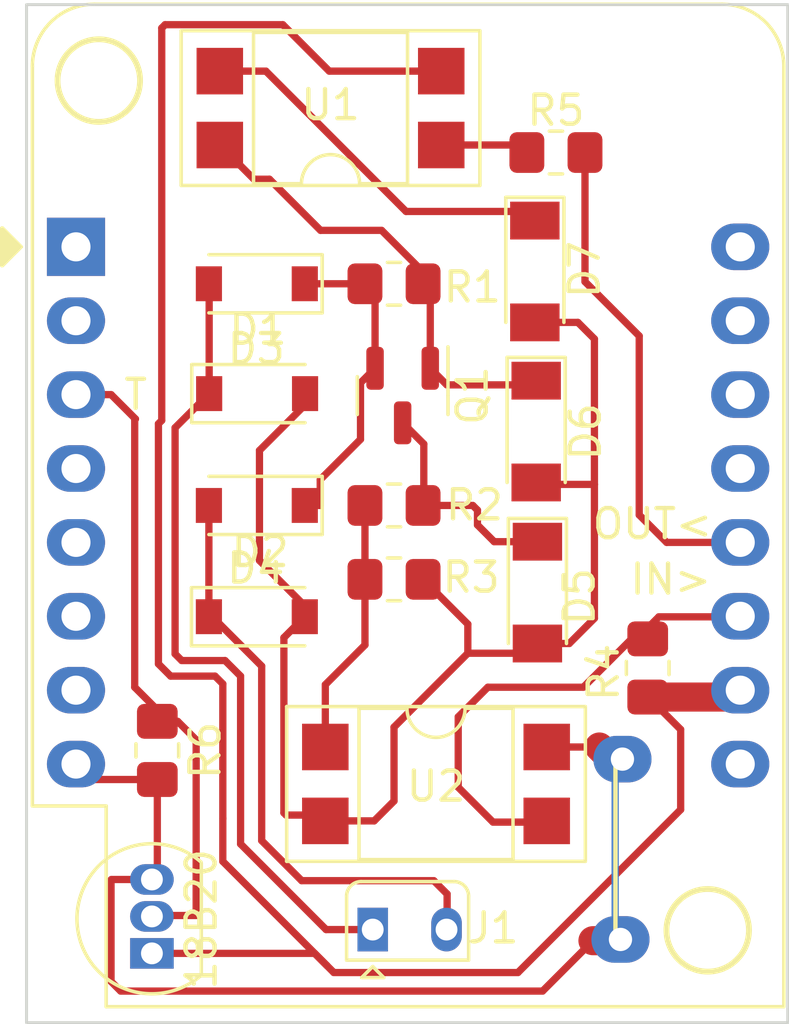
<source format=kicad_pcb>
(kicad_pcb (version 20211014) (generator pcbnew)
  (title_block (title "Opentherm Adapter for D1Mini 8266") (date "2022-03-20") (comment 1 "from Inhor schema"))
  (layers (0 "F.Cu" signal) (31 "B.Cu" signal) (34 "B.Paste" user) (35 "F.Paste" user) (36 "B.SilkS" user "B.Silkscreen") (37 "F.SilkS" user "F.Silkscreen") (38 "B.Mask" user) (39 "F.Mask" user) (44 "Edge.Cuts" user))
  (net 0 "")
  (net 1 "Net-(D1-Pad1)")
  (net 2 "ot1")
  (net 3 "ot2")
  (net 4 "Net-(D3-Pad1)")
  (net 5 "Net-(D5-Pad1)")
  (net 6 "Net-(D6-Pad1)")
  (net 7 "Net-(D7-Pad1)")
  (net 8 "GND")
  (net 9 "Net-(R5-Pad1)")
  (net 10 "Net-(R2-Pad2)")
  (net 11 "out")
  (net 12 "VCC")
  (net 13 "in")
  (net 25 "Net-(18B20-Pad2)")
  (footprint "Resistor_SMD:R_0805_2012Metric_Pad1.20x1.40mm_HandSolder" (layer "F.Cu") (at 106.68 66.04 180)
    (fp_text reference "R2" (at -2.768959 0.012298 180) (layer "F.SilkS"))
    (fp_text value "220" hide)
    (fp_line (start -0.227064 -0.735) (end 0.227064 -0.735) (layer "F.SilkS") (width 0.12))
    (fp_line (start -0.227064 0.735) (end 0.227064 0.735) (layer "F.SilkS") (width 0.12))
    (pad "1" smd roundrect (at -1 0 180) (size 1.2 1.4) (layers "F.Cu" "F.Paste" "F.Mask") (roundrect_rratio 0.2083333333) (net 5 "Net-(D5-Pad1)"))
    (pad "2" smd roundrect (at 1 0 180) (size 1.2 1.4) (layers "F.Cu" "F.Paste" "F.Mask") (roundrect_rratio 0.2083333333) (net 10 "Net-(R2-Pad2)"))
  )
  (footprint "Package_DIP:DIP-4_W7.62mm_SMDSocket_SmallPads" (layer "F.Cu") (at 108.125124 75.613505)
    (fp_text reference "U2" (at 0 0.082074) (layer "F.SilkS"))
    (fp_text value "PC817" hide)
    (fp_line (start -2.65 2.6) (end 2.65 2.6) (layer "F.SilkS") (width 0.12))
    (fp_line (start 5.14 -2.66) (end -5.14 -2.66) (layer "F.SilkS") (width 0.12))
    (fp_line (start -1 -2.6) (end -2.65 -2.6) (layer "F.SilkS") (width 0.12))
    (fp_line (start 2.65 -2.6) (end 1 -2.6) (layer "F.SilkS") (width 0.12))
    (fp_line (start -5.14 -2.66) (end -5.14 2.66) (layer "F.SilkS") (width 0.12))
    (fp_line (start -5.14 2.66) (end 5.14 2.66) (layer "F.SilkS") (width 0.12))
    (fp_line (start 2.65 2.6) (end 2.65 -2.6) (layer "F.SilkS") (width 0.12))
    (fp_line (start 5.14 2.66) (end 5.14 -2.66) (layer "F.SilkS") (width 0.12))
    (fp_line (start -2.65 -2.6) (end -2.65 2.6) (layer "F.SilkS") (width 0.12))
    (fp_arc (start 1 -2.6) (mid 0 -1.6) (end -1 -2.6) (layer "F.SilkS") (width 0.12))
    (pad "1" smd rect (at -3.81 -1.27) (size 1.6 1.6) (layers "F.Cu" "F.Paste" "F.Mask") (net 10 "Net-(R2-Pad2)"))
    (pad "2" smd rect (at -3.81 1.27) (size 1.6 1.6) (layers "F.Cu" "F.Paste" "F.Mask") (net 4 "Net-(D3-Pad1)"))
    (pad "3" smd rect (at 3.81 1.27) (size 1.6 1.6) (layers "F.Cu" "F.Paste" "F.Mask") (net 11 "out"))
    (pad "4" smd rect (at 3.81 -1.27) (size 1.6 1.6) (layers "F.Cu" "F.Paste" "F.Mask") (net 12 "VCC"))
  )
  (footprint "Package_TO_SOT_THT:Heraeus_TO-92-2" (layer "F.Cu") (at 105.946985 80.619402)
    (fp_text reference "J1" (at 4.151594 -0.05) (layer "F.SilkS"))
    (fp_text value "OT1_OT2")
    (fp_line (start -0.9 1.05) (end -0.9 -1.15) (layer "F.SilkS") (width 0.12))
    (fp_line (start -0.4 -1.65) (end 2.8 -1.65) (layer "F.SilkS") (width 0.12))
    (fp_line (start 0.381 1.651) (end 0 1.27) (layer "F.SilkS") (width 0.12))
    (fp_line (start 0 1.27) (end -0.381 1.651) (layer "F.SilkS") (width 0.12))
    (fp_line (start 3.3 -1.15) (end 3.3 1.05) (layer "F.SilkS") (width 0.12))
    (fp_line (start 3.3 1.05) (end -0.9 1.05) (layer "F.SilkS") (width 0.12))
    (fp_line (start -0.381 1.651) (end 0.381 1.651) (layer "F.SilkS") (width 0.12))
    (fp_arc (start -0.9 -1.15) (mid -0.753553 -1.503553) (end -0.4 -1.65) (layer "F.SilkS") (width 0.12))
    (fp_arc (start 2.8 -1.65) (mid 3.153553 -1.503553) (end 3.3 -1.15) (layer "F.SilkS") (width 0.12))
    (pad "1" thru_hole rect (at 0 0) (size 1.05 1.5) (drill 0.75) (layers *.Cu *.Mask) (net 2 "ot1"))
    (pad "2" thru_hole oval (at 2.54 0) (size 1.05 1.5) (drill 0.75) (layers *.Cu *.Mask) (net 3 "ot2"))
  )
  (footprint "Resistor_SMD:R_0805_2012Metric_Pad1.20x1.40mm_HandSolder" (layer "F.Cu") (at 98.533673 74.460654 -90)
    (fp_text reference "R6" (at 0 -1.65 90) (layer "F.SilkS"))
    (fp_text value "4k7" hide)
    (fp_line (start -0.227064 -0.735) (end 0.227064 -0.735) (layer "F.SilkS") (width 0.12))
    (fp_line (start -0.227064 0.735) (end 0.227064 0.735) (layer "F.SilkS") (width 0.12))
    (pad "1" smd roundrect (at -1 0 270) (size 1.2 1.4) (layers "F.Cu" "F.Paste" "F.Mask") (roundrect_rratio 0.2083333333) (net 25 "Net-(18B20-Pad2)"))
    (pad "2" smd roundrect (at 1 0 270) (size 1.2 1.4) (layers "F.Cu" "F.Paste" "F.Mask") (roundrect_rratio 0.2083333333) (net 12 "VCC"))
  )
  (footprint "Resistor_SMD:R_0805_2012Metric_Pad1.20x1.40mm_HandSolder" (layer "F.Cu") (at 115.410498 71.626621 90)
    (fp_text reference "R4" (at -0.152006 -1.522333 90) (layer "F.SilkS"))
    (fp_text value "1k5" hide)
    (fp_line (start -0.227064 -0.735) (end 0.227064 -0.735) (layer "F.SilkS") (width 0.12))
    (fp_line (start -0.227064 0.735) (end 0.227064 0.735) (layer "F.SilkS") (width 0.12))
    (pad "1" smd roundrect (at -1 0 90) (size 1.2 1.4) (layers "F.Cu" "F.Paste" "F.Mask") (roundrect_rratio 0.2083333333) (net 8 "GND"))
    (pad "2" smd roundrect (at 1 0 90) (size 1.2 1.4) (layers "F.Cu" "F.Paste" "F.Mask") (roundrect_rratio 0.2083333333) (net 11 "out"))
  )
  (footprint "" (layer "F.Cu") (at 114.472679 80.959154)
    (fp_text reference "" (at 0 0) (layer "F.SilkS") (effects (font (size 1.27 1.27))))
    (fp_text value "" (at 0 0) (layer "F.SilkS") (effects (font (size 1.27 1.27))))
    (pad "001" thru_hole oval (at 0 0) (size 2 1.6) (drill 0.8) (layers *.Cu *.Mask) (net 12 "VCC"))
  )
  (footprint "" (layer "F.Cu") (at 114.540613 74.760164)
    (fp_text reference "" (at 0 0) (layer "F.SilkS") (effects (font (size 1.27 1.27))))
    (fp_text value "" (at 0 0) (layer "F.SilkS") (effects (font (size 1.27 1.27))))
    (pad "001" thru_hole oval (at 0 0) (size 2 1.6) (drill 0.8) (layers *.Cu *.Mask) (net 12 "VCC"))
  )
  (footprint "Diode_SMD:D_SOD-123" (layer "F.Cu") (at 101.968324 62.195613)
    (fp_text reference "D3" (at -0.029109 -1.539312) (layer "F.SilkS"))
    (fp_text value "1N4148W" hide)
    (fp_line (start -2.25 -1) (end 1.65 -1) (layer "F.SilkS") (width 0.12))
    (fp_line (start -2.25 -1) (end -2.25 1) (layer "F.SilkS") (width 0.12))
    (fp_line (start -2.25 1) (end 1.65 1) (layer "F.SilkS") (width 0.12))
    (pad "1" smd rect (at -1.65 0) (size 0.9 1.2) (layers "F.Cu" "F.Paste" "F.Mask") (net 4 "Net-(D3-Pad1)"))
    (pad "2" smd rect (at 1.65 0) (size 0.9 1.2) (layers "F.Cu" "F.Paste" "F.Mask") (net 2 "ot1"))
  )
  (footprint "Diode_SMD:D_MiniMELF" (layer "F.Cu") (at 111.614678 69.035936 -90)
    (fp_text reference "D5" (at 0.13781 -1.445603 90) (layer "F.SilkS"))
    (fp_text value "4V7" hide)
    (fp_line (start -2.55 1) (end 1.75 1) (layer "F.SilkS") (width 0.12))
    (fp_line (start 1.75 -1) (end -2.55 -1) (layer "F.SilkS") (width 0.12))
    (fp_line (start -2.55 -1) (end -2.55 1) (layer "F.SilkS") (width 0.12))
    (pad "1" smd rect (at -1.75 0 270) (size 1.3 1.7) (layers "F.Cu" "F.Paste" "F.Mask") (net 5 "Net-(D5-Pad1)"))
    (pad "2" smd rect (at 1.75 0 270) (size 1.3 1.7) (layers "F.Cu" "F.Paste" "F.Mask") (net 4 "Net-(D3-Pad1)"))
  )
  (footprint "Package_DIP:DIP-4_W7.62mm_SMDSocket_SmallPads" (layer "F.Cu") (at 104.494893 52.38003 180)
    (fp_text reference "U1" (at 0 0.108991) (layer "F.SilkS"))
    (fp_text value "PC817" hide)
    (fp_line (start -1 -2.6) (end -2.65 -2.6) (layer "F.SilkS") (width 0.12))
    (fp_line (start -2.65 2.6) (end 2.65 2.6) (layer "F.SilkS") (width 0.12))
    (fp_line (start 2.65 2.6) (end 2.65 -2.6) (layer "F.SilkS") (width 0.12))
    (fp_line (start 5.14 -2.66) (end -5.14 -2.66) (layer "F.SilkS") (width 0.12))
    (fp_line (start 5.14 2.66) (end 5.14 -2.66) (layer "F.SilkS") (width 0.12))
    (fp_line (start -5.14 -2.66) (end -5.14 2.66) (layer "F.SilkS") (width 0.12))
    (fp_line (start -2.65 -2.6) (end -2.65 2.6) (layer "F.SilkS") (width 0.12))
    (fp_line (start -5.14 2.66) (end 5.14 2.66) (layer "F.SilkS") (width 0.12))
    (fp_line (start 2.65 -2.6) (end 1 -2.6) (layer "F.SilkS") (width 0.12))
    (fp_arc (start 1 -2.6) (mid 0 -1.6) (end -1 -2.6) (layer "F.SilkS") (width 0.12))
    (pad "1" smd rect (at -3.81 -1.27 180) (size 1.6 1.6) (layers "F.Cu" "F.Paste" "F.Mask") (net 9 "Net-(R5-Pad1)"))
    (pad "2" smd rect (at -3.81 1.27 180) (size 1.6 1.6) (layers "F.Cu" "F.Paste" "F.Mask") (net 8 "GND"))
    (pad "3" smd rect (at 3.81 1.27 180) (size 1.6 1.6) (layers "F.Cu" "F.Paste" "F.Mask") (net 7 "Net-(D7-Pad1)"))
    (pad "4" smd rect (at 3.81 -1.27 180) (size 1.6 1.6) (layers "F.Cu" "F.Paste" "F.Mask") (net 6 "Net-(D6-Pad1)"))
  )
  (footprint "Resistor_SMD:R_0805_2012Metric_Pad1.20x1.40mm_HandSolder" (layer "F.Cu") (at 106.68 68.58)
    (fp_text reference "R3" (at 2.65432 -0.068456) (layer "F.SilkS"))
    (fp_text value "100" hide)
    (fp_line (start -0.227064 0.735) (end 0.227064 0.735) (layer "F.SilkS") (width 0.12))
    (fp_line (start -0.227064 -0.735) (end 0.227064 -0.735) (layer "F.SilkS") (width 0.12))
    (pad "1" smd roundrect (at -1 0) (size 1.2 1.4) (layers "F.Cu" "F.Paste" "F.Mask") (roundrect_rratio 0.2083333333) (net 10 "Net-(R2-Pad2)"))
    (pad "2" smd roundrect (at 1 0) (size 1.2 1.4) (layers "F.Cu" "F.Paste" "F.Mask") (roundrect_rratio 0.2083333333) (net 4 "Net-(D3-Pad1)"))
  )
  (footprint "Resistor_SMD:R_0805_2012Metric_Pad1.20x1.40mm_HandSolder" (layer "F.Cu") (at 112.252123 53.908548)
    (fp_text reference "R5" (at 0 -1.446444) (layer "F.SilkS"))
    (fp_text value "330" hide)
    (fp_line (start -0.227064 -0.735) (end 0.227064 -0.735) (layer "F.SilkS") (width 0.12))
    (fp_line (start -0.227064 0.735) (end 0.227064 0.735) (layer "F.SilkS") (width 0.12))
    (pad "1" smd roundrect (at -1 0) (size 1.2 1.4) (layers "F.Cu" "F.Paste" "F.Mask") (roundrect_rratio 0.2083333333) (net 9 "Net-(R5-Pad1)"))
    (pad "2" smd roundrect (at 1 0) (size 1.2 1.4) (layers "F.Cu" "F.Paste" "F.Mask") (roundrect_rratio 0.2083333333) (net 13 "in"))
  )
  (footprint "Diode_SMD:D_SOD-123" (layer "F.Cu") (at 101.958828 69.864819)
    (fp_text reference "D4" (at -0.038605 -1.665548) (layer "F.SilkS"))
    (fp_text value "1N4148W" hide)
    (fp_line (start -2.25 -1) (end 1.65 -1) (layer "F.SilkS") (width 0.12))
    (fp_line (start -2.25 -1) (end -2.25 1) (layer "F.SilkS") (width 0.12))
    (fp_line (start -2.25 1) (end 1.65 1) (layer "F.SilkS") (width 0.12))
    (pad "1" smd rect (at -1.65 0) (size 0.9 1.2) (layers "F.Cu" "F.Paste" "F.Mask") (net 4 "Net-(D3-Pad1)"))
    (pad "2" smd rect (at 1.65 0) (size 0.9 1.2) (layers "F.Cu" "F.Paste" "F.Mask") (net 3 "ot2"))
  )
  (footprint "Package_TO_SOT_SMD:SOT-23" (layer "F.Cu") (at 106.977248 62.262947 -90)
    (fp_text reference "Q1" (at 0 -2.4 90) (layer "F.SilkS"))
    (fp_text value "BC858" hide)
    (fp_line (start 0 -1.56) (end -1.675 -1.56) (layer "F.SilkS") (width 0.12))
    (fp_line (start 0 1.56) (end 0.65 1.56) (layer "F.SilkS") (width 0.12))
    (fp_line (start 0 -1.56) (end 0.65 -1.56) (layer "F.SilkS") (width 0.12))
    (fp_line (start 0 1.56) (end -0.65 1.56) (layer "F.SilkS") (width 0.12))
    (pad "1" smd roundrect (at -0.9375 -0.95 270) (size 1.475 0.6) (layers "F.Cu" "F.Paste" "F.Mask") (net 6 "Net-(D6-Pad1)"))
    (pad "2" smd roundrect (at -0.9375 0.95 270) (size 1.475 0.6) (layers "F.Cu" "F.Paste" "F.Mask") (net 1 "Net-(D1-Pad1)"))
    (pad "3" smd roundrect (at 0.9375 0 270) (size 1.475 0.6) (layers "F.Cu" "F.Paste" "F.Mask") (net 5 "Net-(D5-Pad1)"))
  )
  (footprint "Diode_SMD:D_MiniMELF" (layer "F.Cu") (at 111.572062 63.5 -90)
    (fp_text reference "D6" (at 0.005647 -1.698192 -270) (layer "F.SilkS"))
    (fp_text value "15v" hide)
    (fp_line (start -2.55 1) (end 1.75 1) (layer "F.SilkS") (width 0.12))
    (fp_line (start -2.55 -1) (end -2.55 1) (layer "F.SilkS") (width 0.12))
    (fp_line (start 1.75 -1) (end -2.55 -1) (layer "F.SilkS") (width 0.12))
    (pad "1" smd rect (at -1.75 0 270) (size 1.3 1.7) (layers "F.Cu" "F.Paste" "F.Mask") (net 6 "Net-(D6-Pad1)"))
    (pad "2" smd rect (at 1.75 0 270) (size 1.3 1.7) (layers "F.Cu" "F.Paste" "F.Mask") (net 4 "Net-(D3-Pad1)"))
  )
  (footprint "Resistor_SMD:R_0805_2012Metric_Pad1.20x1.40mm_HandSolder" (layer "F.Cu") (at 106.68 58.42)
    (fp_text reference "R1" (at 2.692533 0.117963) (layer "F.SilkS"))
    (fp_text value "330" hide)
    (fp_line (start -0.227064 0.735) (end 0.227064 0.735) (layer "F.SilkS") (width 0.12))
    (fp_line (start -0.227064 -0.735) (end 0.227064 -0.735) (layer "F.SilkS") (width 0.12))
    (pad "1" smd roundrect (at -1 0) (size 1.2 1.4) (layers "F.Cu" "F.Paste" "F.Mask") (roundrect_rratio 0.2083333333) (net 1 "Net-(D1-Pad1)"))
    (pad "2" smd roundrect (at 1 0) (size 1.2 1.4) (layers "F.Cu" "F.Paste" "F.Mask") (roundrect_rratio 0.2083333333) (net 6 "Net-(D6-Pad1)"))
  )
  (footprint "Package_TO_SOT_THT:TO-92L_Inline" (layer "F.Cu") (at 98.348232 81.437327 90)
    (fp_text reference "18B20" (at 1.175 1.7 90) (layer "F.SilkS"))
    (fp_text value "Conn_01x03" hide)
    (fp_line (start -0.75 1.7) (end 3.1 1.7) (layer "F.SilkS") (width 0.12))
    (fp_arc (start -0.75 1.7) (mid 1.183448 -2.579449) (end 3.138611 1.690122) (layer "F.SilkS") (width 0.12))
    (pad "1" thru_hole rect (at 0 0 90) (size 1.05 1.5) (drill 0.75) (layers *.Cu *.Mask) (net 8 "GND"))
    (pad "2" thru_hole oval (at 1.27 0 90) (size 1.05 1.5) (drill 0.75) (layers *.Cu *.Mask) (net 25 "Net-(18B20-Pad2)"))
    (pad "3" thru_hole oval (at 2.54 0 90) (size 1.05 1.5) (drill 0.75) (layers *.Cu *.Mask) (net 12 "VCC"))
  )
  (footprint "Diode_SMD:D_MiniMELF" (layer "F.Cu") (at 111.526076 57.997334 -90)
    (fp_text reference "D7" (at -0.070778 -1.705965 90) (layer "F.SilkS"))
    (fp_text value "4V3" hide)
    (fp_line (start -2.55 -1) (end -2.55 1) (layer "F.SilkS") (width 0.12))
    (fp_line (start 1.75 -1) (end -2.55 -1) (layer "F.SilkS") (width 0.12))
    (fp_line (start -2.55 1) (end 1.75 1) (layer "F.SilkS") (width 0.12))
    (pad "1" smd rect (at -1.75 0 270) (size 1.3 1.7) (layers "F.Cu" "F.Paste" "F.Mask") (net 7 "Net-(D7-Pad1)"))
    (pad "2" smd rect (at 1.75 0 270) (size 1.3 1.7) (layers "F.Cu" "F.Paste" "F.Mask") (net 4 "Net-(D3-Pad1)"))
  )
  (footprint "Diode_SMD:D_SOD-123" (layer "F.Cu") (at 101.958828 58.42 180)
    (fp_text reference "D1" (at -0.038605 -1.570056) (layer "F.SilkS"))
    (fp_text value "1N4148W" hide)
    (fp_line (start -2.25 -1) (end 1.65 -1) (layer "F.SilkS") (width 0.12))
    (fp_line (start -2.25 -1) (end -2.25 1) (layer "F.SilkS") (width 0.12))
    (fp_line (start -2.25 1) (end 1.65 1) (layer "F.SilkS") (width 0.12))
    (pad "1" smd rect (at -1.65 0 180) (size 0.9 1.2) (layers "F.Cu" "F.Paste" "F.Mask") (net 1 "Net-(D1-Pad1)"))
    (pad "2" smd rect (at 1.65 0 180) (size 0.9 1.2) (layers "F.Cu" "F.Paste" "F.Mask") (net 2 "ot1"))
  )
  (footprint "Diode_SMD:D_SOD-123" (layer "F.Cu") (at 101.958828 66.04 180)
    (fp_text reference "D2" (at -0.115031 -1.592646) (layer "F.SilkS"))
    (fp_text value "1N4148W" hide)
    (fp_line (start -2.25 -1) (end -2.25 1) (layer "F.SilkS") (width 0.12))
    (fp_line (start -2.25 -1) (end 1.65 -1) (layer "F.SilkS") (width 0.12))
    (fp_line (start -2.25 1) (end 1.65 1) (layer "F.SilkS") (width 0.12))
    (pad "1" smd rect (at -1.65 0 180) (size 0.9 1.2) (layers "F.Cu" "F.Paste" "F.Mask") (net 1 "Net-(D1-Pad1)"))
    (pad "2" smd rect (at 1.65 0 180) (size 0.9 1.2) (layers "F.Cu" "F.Paste" "F.Mask") (net 3 "ot2"))
  )
  (footprint "Module:WEMOS_D1_mini_light" (layer "F.Cu") (at 95.735 57.15)
    (fp_text reference "U3" hide)
    (fp_text value "WeMos_D1_mini" hide)
    (fp_line (start -1.5 19.22) (end 1.04 19.22) (layer "F.SilkS") (width 0.12))
    (fp_line (start 1.04 26.12) (end 24.36 26.12) (layer "F.SilkS") (width 0.12))
    (fp_line (start 24.36 26.12) (end 24.36 -6.21) (layer "F.SilkS") (width 0.12))
    (fp_line (start 1.04 19.22) (end 1.04 26.12) (layer "F.SilkS") (width 0.12))
    (fp_line (start -1.5 19.22) (end -1.5 -6.21) (layer "F.SilkS") (width 0.12))
    (fp_line (start 22.24 -8.34) (end 0.63 -8.34) (layer "F.SilkS") (width 0.12))
    (fp_arc (start 22.23 -8.34) (mid 23.736137 -7.716137) (end 24.36 -6.21) (layer "F.SilkS") (width 0.12))
    (fp_arc (start -1.5 -6.21) (mid -0.876137 -7.716137) (end 0.63 -8.34) (layer "F.SilkS") (width 0.12))
    (fp_poly (pts (xy -2.54 -0.635) (xy -2.54 0.635) (xy -1.905 0)) (layer "F.SilkS") (width 0.15) (fill solid))
    (pad "1" thru_hole rect (at 0 0) (size 2 2) (drill 1) (layers *.Cu *.Mask))
    (pad "2" thru_hole oval (at 0 2.54) (size 2 1.6) (drill 1) (layers *.Cu *.Mask))
    (pad "3" thru_hole oval (at 0 5.08) (size 2 1.6) (drill 1) (layers *.Cu *.Mask) (net 25 "Net-(18B20-Pad2)"))
    (pad "4" thru_hole oval (at 0 7.62) (size 2 1.6) (drill 1) (layers *.Cu *.Mask))
    (pad "5" thru_hole oval (at 0 10.16) (size 2 1.6) (drill 1) (layers *.Cu *.Mask))
    (pad "6" thru_hole oval (at 0 12.7) (size 2 1.6) (drill 1) (layers *.Cu *.Mask))
    (pad "7" thru_hole oval (at 0 15.24) (size 2 1.6) (drill 1) (layers *.Cu *.Mask))
    (pad "8" thru_hole oval (at 0 17.78) (size 2 1.6) (drill 1) (layers *.Cu *.Mask) (net 12 "VCC"))
    (pad "9" thru_hole oval (at 22.86 17.78) (size 2 1.6) (drill 1) (layers *.Cu *.Mask))
    (pad "10" thru_hole oval (at 22.86 15.24) (size 2 1.6) (drill 1) (layers *.Cu *.Mask) (net 8 "GND"))
    (pad "11" thru_hole oval (at 22.86 12.7) (size 2 1.6) (drill 1) (layers *.Cu *.Mask) (net 11 "out"))
    (pad "12" thru_hole oval (at 22.86 10.16) (size 2 1.6) (drill 1) (layers *.Cu *.Mask) (net 13 "in"))
    (pad "13" thru_hole oval (at 22.86 7.62) (size 2 1.6) (drill 1) (layers *.Cu *.Mask))
    (pad "14" thru_hole oval (at 22.86 5.08) (size 2 1.6) (drill 1) (layers *.Cu *.Mask))
    (pad "15" thru_hole oval (at 22.86 2.54) (size 2 1.6) (drill 1) (layers *.Cu *.Mask))
    (pad "16" thru_hole oval (at 22.86 0) (size 2 1.6) (drill 1) (layers *.Cu *.Mask))
  )
  (gr_circle (center 117.475 80.645) (end 118.894903 80.645) (layer "F.SilkS") (width 0.2) (fill none))
  (gr_circle (center 96.52 51.435) (end 97.939903 51.435) (layer "F.SilkS") (width 0.2) (fill none))
  (gr_line (start 114.3 74.93) (end 114.3 80.645) (layer "F.SilkS") (width 0.15))
  (gr_rect (start 120.229349 83.82) (end 94.032513 48.824116) (layer "Edge.Cuts") (width 0.1) (fill none))
  (gr_text "IN>" (at 116.205 68.58) (layer "F.SilkS") (effects (font (size 1 1))))
  (gr_text "T" (at 97.79 62.23) (layer "F.SilkS") (effects (font (size 1 1))))
  (gr_text "OUT<" (at 115.57 66.675) (layer "F.SilkS") (effects (font (size 1 1))))
  (segment (start 105.526643 61.826052) (end 105.526643 63.76749) (width 0.25) (layer "F.Cu") (net 1))
  (segment (start 105.526643 63.76749) (end 104.14 65.154133) (width 0.25) (layer "F.Cu") (net 1))
  (segment (start 104.14 66.04) (end 103.608828 66.04) (width 0.25) (layer "F.Cu") (net 1))
  (segment (start 106.027248 58.767248) (end 106.027248 61.325447) (width 0.25) (layer "F.Cu") (net 1))
  (segment (start 106.027248 61.325447) (end 105.526643 61.826052) (width 0.25) (layer "F.Cu") (net 1))
  (segment (start 105.68 58.42) (end 103.608828 58.42) (width 0.25) (layer "F.Cu") (net 1))
  (segment (start 104.14 65.154133) (end 104.14 66.04) (width 0.25) (layer "F.Cu") (net 1))
  (segment (start 100.318324 58.429496) (end 100.318324 62.195613) (width 0.25) (layer "F.Cu") (net 2))
  (segment (start 100.864663 71.371868) (end 99.374358 71.371868) (width 0.25) (layer "F.Cu") (net 2))
  (segment (start 104.342041 80.619402) (end 101.399644 77.677005) (width 0.25) (layer "F.Cu") (net 2))
  (segment (start 101.399644 71.906849) (end 100.864663 71.371868) (width 0.25) (layer "F.Cu") (net 2))
  (segment (start 99.14508 71.14259) (end 99.14508 63.368857) (width 0.25) (layer "F.Cu") (net 2))
  (segment (start 99.374358 71.371868) (end 99.14508 71.14259) (width 0.25) (layer "F.Cu") (net 2))
  (segment (start 99.14508 63.368857) (end 100.318324 62.195613) (width 0.25) (layer "F.Cu") (net 2))
  (segment (start 101.399644 77.677005) (end 101.399644 71.906849) (width 0.25) (layer "F.Cu") (net 2))
  (segment (start 105.946985 80.619402) (end 104.342041 80.619402) (width 0.25) (layer "F.Cu") (net 2))
  (segment (start 103.501356 78.938032) (end 102.12569 77.562366) (width 0.25) (layer "F.Cu") (net 3))
  (segment (start 102.12569 71.562933) (end 100.427576 69.864819) (width 0.25) (layer "F.Cu") (net 3))
  (segment (start 108.507253 79.396588) (end 108.048697 78.938032) (width 0.25) (layer "F.Cu") (net 3))
  (segment (start 102.12569 77.562366) (end 102.12569 71.562933) (width 0.25) (layer "F.Cu") (net 3))
  (segment (start 108.507253 80.599134) (end 108.507253 79.396588) (width 0.25) (layer "F.Cu") (net 3))
  (segment (start 100.308828 66.04) (end 100.308828 69.864819) (width 0.25) (layer "F.Cu") (net 3))
  (segment (start 108.048697 78.938032) (end 103.501356 78.938032) (width 0.25) (layer "F.Cu") (net 3))
  (segment (start 102.889949 70.583698) (end 103.608828 69.864819) (width 0.25) (layer "F.Cu") (net 4))
  (segment (start 107.68 68.58) (end 109.22 70.12) (width 0.25) (layer "F.Cu") (net 4))
  (segment (start 102.049264 64.14962) (end 103.618324 62.58056) (width 0.25) (layer "F.Cu") (net 4))
  (segment (start 113.576276 69.919775) (end 112.710115 70.785936) (width 0.25) (layer "F.Cu") (net 4))
  (segment (start 113.576276 65.316276) (end 113.576276 69.919775) (width 0.25) (layer "F.Cu") (net 4))
  (segment (start 105.996495 76.883505) (end 104.315124 76.883505) (width 0.25) (layer "F.Cu") (net 4))
  (segment (start 113.576276 60.315586) (end 113.576276 65.316276) (width 0.25) (layer "F.Cu") (net 4))
  (segment (start 109.22 70.12) (end 109.22 71.12) (width 0.25) (layer "F.Cu") (net 4))
  (segment (start 106.68 76.2) (end 105.996495 76.883505) (width 0.25) (layer "F.Cu") (net 4))
  (segment (start 102.049264 67.932702) (end 102.049264 64.14962) (width 0.25) (layer "F.Cu") (net 4))
  (segment (start 111.638338 65.316276) (end 113.576276 65.316276) (width 0.25) (layer "F.Cu") (net 4))
  (segment (start 102.889949 76.607042) (end 102.889949 70.583698) (width 0.25) (layer "F.Cu") (net 4))
  (segment (start 109.22 71.12) (end 111.052726 71.12) (width 0.25) (layer "F.Cu") (net 4))
  (segment (start 102.966375 76.683468) (end 102.889949 76.607042) (width 0.25) (layer "F.Cu") (net 4))
  (segment (start 109.22 71.12) (end 106.68 73.66) (width 0.25) (layer "F.Cu") (net 4))
  (segment (start 103.608828 69.492266) (end 102.049264 67.932702) (width 0.25) (layer "F.Cu") (net 4))
  (segment (start 113.008024 59.747334) (end 113.576276 60.315586) (width 0.25) (layer "F.Cu") (net 4))
  (segment (start 111.526076 59.747334) (end 113.008024 59.747334) (width 0.25) (layer "F.Cu") (net 4))
  (segment (start 106.68 73.66) (end 106.68 76.2) (width 0.25) (layer "F.Cu") (net 4))
  (segment (start 104.115087 76.683468) (end 102.966375 76.683468) (width 0.25) (layer "F.Cu") (net 4))
  (segment (start 112.710115 70.785936) (end 111.614678 70.785936) (width 0.25) (layer "F.Cu") (net 4))
  (segment (start 107.704781 63.92798) (end 106.977248 63.200447) (width 0.25) (layer "F.Cu") (net 5))
  (segment (start 107.704781 66.015219) (end 107.704781 63.92798) (width 0.25) (layer "F.Cu") (net 5))
  (segment (start 109.390797 66.04) (end 107.68 66.04) (width 0.25) (layer "F.Cu") (net 5))
  (segment (start 111.614678 67.285936) (end 110.127227 67.285936) (width 0.25) (layer "F.Cu") (net 5))
  (segment (start 109.551178 66.200381) (end 109.390797 66.04) (width 0.25) (layer "F.Cu") (net 5))
  (segment (start 109.551178 66.709887) (end 109.551178 66.200381) (width 0.25) (layer "F.Cu") (net 5))
  (segment (start 110.127227 67.285936) (end 109.551178 66.709887) (width 0.25) (layer "F.Cu") (net 5))
  (segment (start 106.252689 56.583455) (end 104.150977 56.583455) (width 0.25) (layer "F.Cu") (net 6))
  (segment (start 111.213009 61.895056) (end 108.496857 61.895056) (width 0.25) (layer "F.Cu") (net 6))
  (segment (start 107.927248 61.325447) (end 107.927248 58.667248) (width 0.25) (layer "F.Cu") (net 6))
  (segment (start 108.496857 61.895056) (end 107.927248 61.325447) (width 0.25) (layer "F.Cu") (net 6))
  (segment (start 107.68 58.010766) (end 106.252689 56.583455) (width 0.25) (layer "F.Cu") (net 6))
  (segment (start 102.393181 54.825659) (end 101.860522 54.825659) (width 0.25) (layer "F.Cu") (net 6))
  (segment (start 101.860522 54.825659) (end 100.684893 53.65003) (width 0.25) (layer "F.Cu") (net 6))
  (segment (start 104.150977 56.583455) (end 102.393181 54.825659) (width 0.25) (layer "F.Cu") (net 6))
  (segment (start 107.093374 55.933835) (end 102.269569 51.11003) (width 0.25) (layer "F.Cu") (net 7))
  (segment (start 102.269569 51.11003) (end 100.684893 51.11003) (width 0.25) (layer "F.Cu") (net 7))
  (segment (start 111.212577 55.933835) (end 107.093374 55.933835) (width 0.25) (layer "F.Cu") (net 7))
  (segment (start 98.348232 81.437327) (end 103.949328 81.437327) (width 0.25) (layer "F.Cu") (net 8))
  (segment (start 98.686525 49.628697) (end 98.686525 63.11787) (width 0.25) (layer "F.Cu") (net 8))
  (segment (start 116.54467 73.741152) (end 115.430139 72.626621) (width 0.25) (layer "F.Cu") (net 8))
  (segment (start 98.801163 49.514059) (end 98.686525 49.628697) (width 0.25) (layer "F.Cu") (net 8))
  (segment (start 98.686525 63.11787) (end 98.571886 63.232509) (width 0.25) (layer "F.Cu") (net 8))
  (segment (start 116.54467 76.49533) (end 116.54467 73.741152) (width 0.25) (layer "F.Cu") (net 8))
  (segment (start 100.788237 72.17434) (end 100.788237 76.798107) (width 0.25) (layer "F.Cu") (net 8))
  (segment (start 102.854059 49.514059) (end 98.801163 49.514059) (width 0.25) (layer "F.Cu") (net 8))
  (segment (start 115.410498 72.626621) (end 118.358379 72.626621) (width 1) (layer "F.Cu") (net 8))
  (segment (start 100.788237 76.798107) (end 100.787675 76.798669) (width 0.25) (layer "F.Cu") (net 8))
  (segment (start 115.430139 72.626621) (end 115.410498 72.626621) (width 0.25) (layer "F.Cu") (net 8))
  (segment (start 104.366955 81.854954) (end 104.608971 82.09697) (width 0.25) (layer "F.Cu") (net 8))
  (segment (start 104.608971 82.09697) (end 110.94303 82.09697) (width 0.25) (layer "F.Cu") (net 8))
  (segment (start 103.949328 81.437327) (end 104.366955 81.854954) (width 0.25) (layer "F.Cu") (net 8))
  (segment (start 110.94303 82.09697) (end 116.54467 76.49533) (width 0.25) (layer "F.Cu") (net 8))
  (segment (start 100.787675 76.798669) (end 100.787675 78.275674) (width 0.25) (layer "F.Cu") (net 8))
  (segment (start 108.304893 51.11003) (end 104.45003 51.11003) (width 0.25) (layer "F.Cu") (net 8))
  (segment (start 98.571886 63.232509) (end 98.571886 71.486507) (width 0.25) (layer "F.Cu") (net 8))
  (segment (start 100.787675 78.275674) (end 104.366955 81.854954) (width 0.25) (layer "F.Cu") (net 8))
  (segment (start 98.571886 71.486507) (end 98.992228 71.906849) (width 0.25) (layer "F.Cu") (net 8))
  (segment (start 100.520746 71.906849) (end 100.788237 72.17434) (width 0.25) (layer "F.Cu") (net 8))
  (segment (start 98.992228 71.906849) (end 100.520746 71.906849) (width 0.25) (layer "F.Cu") (net 8))
  (segment (start 104.45003 51.11003) (end 102.854059 49.514059) (width 0.25) (layer "F.Cu") (net 8))
  (segment (start 110.993605 53.65003) (end 108.304893 53.65003) (width 0.25) (layer "F.Cu") (net 9))
  (segment (start 104.315124 72.201257) (end 104.315124 74.343505) (width 0.25) (layer "F.Cu") (net 10))
  (segment (start 105.68 68.58) (end 105.68 66.04) (width 0.25) (layer "F.Cu") (net 10))
  (segment (start 105.68 70.836381) (end 104.315124 72.201257) (width 0.25) (layer "F.Cu") (net 10))
  (segment (start 105.68 68.58) (end 105.68 70.836381) (width 0.25) (layer "F.Cu") (net 10))
  (segment (start 108.888821 75.728144) (end 110.08616 76.925483) (width 0.25) (layer "F.Cu") (net 11))
  (segment (start 118.576175 69.868825) (end 115.792627 69.868825) (width 0.25) (layer "F.Cu") (net 11))
  (segment (start 114.856504 70.626621) (end 113.194146 72.288979) (width 0.25) (layer "F.Cu") (net 11))
  (segment (start 110.08616 76.925483) (end 111.893146 76.925483) (width 0.25) (layer "F.Cu") (net 11))
  (segment (start 115.792627 69.868825) (end 115.410498 70.250954) (width 0.25) (layer "F.Cu") (net 11))
  (segment (start 108.888821 73.307991) (end 108.888821 75.728144) (width 0.25) (layer "F.Cu") (net 11))
  (segment (start 113.194146 72.288979) (end 109.907833 72.288979) (width 0.25) (layer "F.Cu") (net 11))
  (segment (start 109.907833 72.288979) (end 108.888821 73.307991) (width 0.25) (layer "F.Cu") (net 11))
  (segment (start 96.265654 75.460654) (end 98.533673 75.460654) (width 0.25) (layer "F.Cu") (net 12))
  (segment (start 96.956134 78.897327) (end 98.348232 78.897327) (width 0.25) (layer "F.Cu") (net 12))
  (segment (start 96.940904 78.912557) (end 96.956134 78.897327) (width 0.25) (layer "F.Cu") (net 12))
  (segment (start 111.935124 74.343505) (end 113.745631 74.343505) (width 0.25) (layer "F.Cu") (net 12))
  (segment (start 97.272082 82.733852) (end 96.940904 82.402674) (width 0.25) (layer "F.Cu") (net 12))
  (segment (start 98.533673 78.711886) (end 98.533673 75.460654) (width 0.25) (layer "F.Cu") (net 12))
  (segment (start 113.745631 74.343505) (end 114.289585 74.887459) (width 1) (layer "F.Cu") (net 12))
  (segment (start 113.525325 81.001532) (end 111.793005 82.733852) (width 0.25) (layer "F.Cu") (net 12))
  (segment (start 114.289585 81.001532) (end 113.525325 81.001532) (width 1) (layer "F.Cu") (net 12))
  (segment (start 111.793005 82.733852) (end 97.272082 82.733852) (width 0.25) (layer "F.Cu") (net 12))
  (segment (start 96.940904 82.402674) (end 96.940904 78.912557) (width 0.25) (layer "F.Cu") (net 12))
  (segment (start 114.289585 74.887459) (end 114.289585 81.001532) (width 0.25) (layer "B.Cu") (net 12))
  (segment (start 113.252123 58.347715) (end 113.252123 53.908548) (width 0.25) (layer "F.Cu") (net 13))
  (segment (start 118.595 67.31) (end 116.062123 67.31) (width 0.25) (layer "F.Cu") (net 13))
  (segment (start 115.118094 66.365971) (end 115.118094 60.213686) (width 0.25) (layer "F.Cu") (net 13))
  (segment (start 116.062123 67.31) (end 115.118094 66.365971) (width 0.25) (layer "F.Cu") (net 13))
  (segment (start 115.118094 60.213686) (end 113.252123 58.347715) (width 0.25) (layer "F.Cu") (net 13))
  (segment (start 99.233493 73.460654) (end 98.533673 73.460654) (width 0.25) (layer "F.Cu") (net 25))
  (segment (start 97.756114 63.092394) (end 97.781589 63.066919) (width 0.25) (layer "F.Cu") (net 25))
  (segment (start 99.870564 80.135371) (end 99.870564 74.097725) (width 0.25) (layer "F.Cu") (net 25))
  (segment (start 96.94467 62.23) (end 95.735 62.23) (width 0.25) (layer "F.Cu") (net 25))
  (segment (start 98.533673 73.066538) (end 97.756114 72.288979) (width 0.25) (layer "F.Cu") (net 25))
  (segment (start 98.380188 80.135371) (end 99.870564 80.135371) (width 0.25) (layer "F.Cu") (net 25))
  (segment (start 97.756114 72.288979) (end 97.756114 63.092394) (width 0.25) (layer "F.Cu") (net 25))
  (segment (start 97.781589 63.066919) (end 96.94467 62.23) (width 0.25) (layer "F.Cu") (net 25))
  (segment (start 99.870564 74.097725) (end 99.233493 73.460654) (width 0.25) (layer "F.Cu") (net 25))
)
</source>
